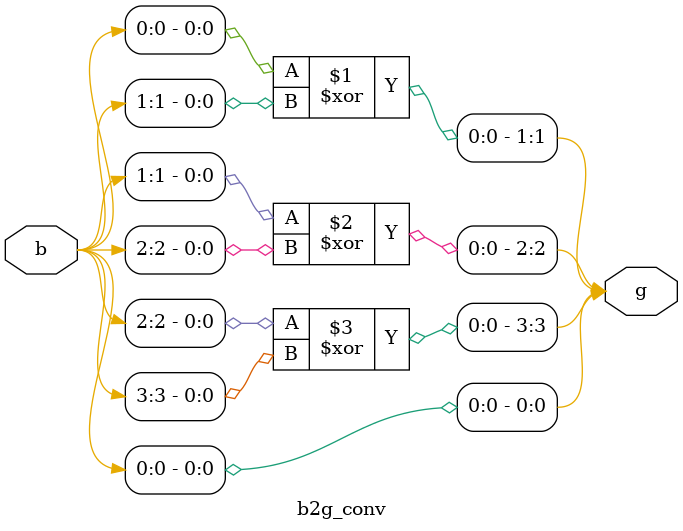
<source format=v>
`timescale 1ns / 1ps
module b2g_conv(b,g);
    input [0:3] b;
    output [0:3] g;
    
    assign g[0] = b[0];
    assign g[1] = b[0]^b[1];
    assign g[2] = b[1]^b[2];
    assign g[3] = b[2]^b[3];  
      
endmodule


</source>
